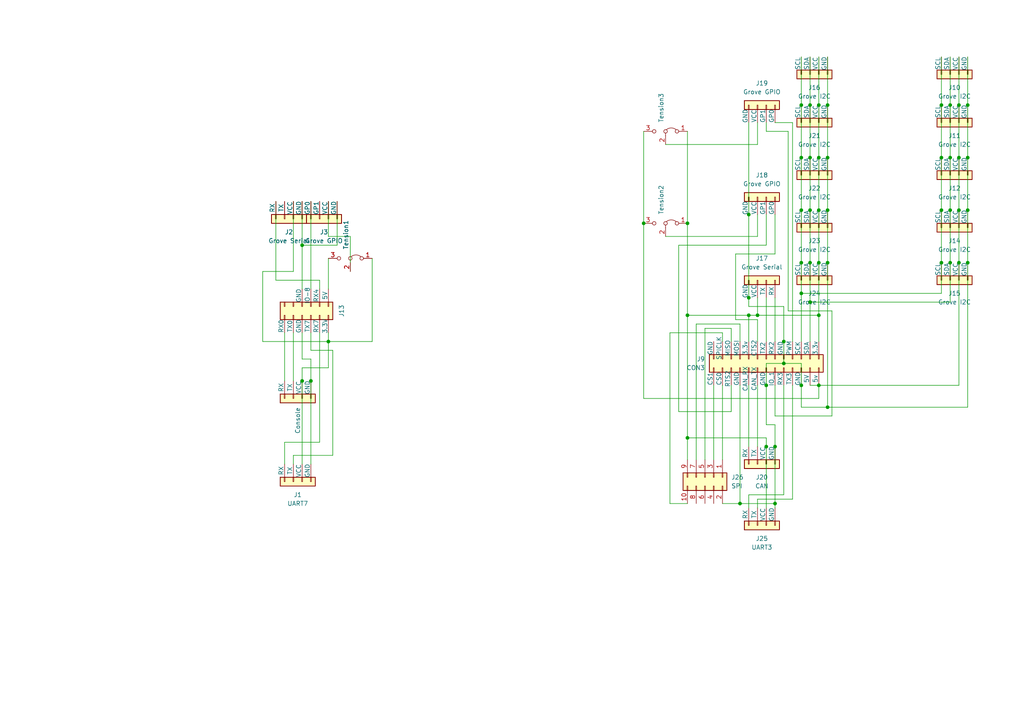
<source format=kicad_sch>
(kicad_sch (version 20231120) (generator "eeschema") (generator_version "8.0")
  (paper "A4")
  (lib_symbols
    (symbol "BananaPI:CON3" (pin_numbers hide) (pin_names (offset 0))
      (property "Reference" "J" (at 1.27 17.78 0))
      (property "Value" "CON3" (at 1.27 -17.78 0))
      (symbol "CON3_1_1"
        (rectangle (start -1.27 -15.113) (end 0 -15.367) (stroke (width 0.1524)))
        (rectangle (start -1.27 -12.573) (end 0 -12.827) (stroke (width 0.1524)))
        (rectangle (start -1.27 -10.033) (end 0 -10.287) (stroke (width 0.1524)))
        (rectangle (start -1.27 -7.493) (end 0 -7.747) (stroke (width 0.1524)))
        (rectangle (start -1.27 -4.953) (end 0 -5.207) (stroke (width 0.1524)))
        (rectangle (start -1.27 -2.413) (end 0 -2.667) (stroke (width 0.1524)))
        (rectangle (start -1.27 0.127) (end 0 -0.127) (stroke (width 0.1524)))
        (rectangle (start -1.27 2.667) (end 0 2.413) (stroke (width 0.1524)))
        (rectangle (start -1.27 5.207) (end 0 4.953) (stroke (width 0.1524)))
        (rectangle (start -1.27 7.747) (end 0 7.493) (stroke (width 0.1524)))
        (rectangle (start -1.27 10.287) (end 0 10.033) (stroke (width 0.1524)))
        (rectangle (start -1.27 12.827) (end 0 12.573) (stroke (width 0.1524)))
        (rectangle (start -1.27 15.367) (end 0 15.113) (stroke (width 0.1524)))
        (rectangle (start -1.27 16.51) (end 3.81 -16.51) (stroke (width 0.254)) (fill (type background)))
        (rectangle (start 3.81 -15.113) (end 2.54 -15.367) (stroke (width 0.1524)))
        (rectangle (start 3.81 -12.573) (end 2.54 -12.827) (stroke (width 0.1524)))
        (rectangle (start 3.81 -10.033) (end 2.54 -10.287) (stroke (width 0.1524)))
        (rectangle (start 3.81 -7.493) (end 2.54 -7.747) (stroke (width 0.1524)))
        (rectangle (start 3.81 -4.953) (end 2.54 -5.207) (stroke (width 0.1524)))
        (rectangle (start 3.81 -2.413) (end 2.54 -2.667) (stroke (width 0.1524)))
        (rectangle (start 3.81 0.127) (end 2.54 -0.127) (stroke (width 0.1524)))
        (rectangle (start 3.81 2.667) (end 2.54 2.413) (stroke (width 0.1524)))
        (rectangle (start 3.81 5.207) (end 2.54 4.953) (stroke (width 0.1524)))
        (rectangle (start 3.81 7.747) (end 2.54 7.493) (stroke (width 0.1524)))
        (rectangle (start 3.81 10.287) (end 2.54 10.033) (stroke (width 0.1524)))
        (rectangle (start 3.81 12.827) (end 2.54 12.573) (stroke (width 0.1524)))
        (rectangle (start 3.81 15.367) (end 2.54 15.113) (stroke (width 0.1524)))
        (pin power_out line (at -5.08 15.24 0) (length 3.81) (name "3.3v") (number "1"))
        (pin input line (at 7.62 5.08 180) (length 3.81) (name "RX3") (number "10"))
        (pin input line (at -5.08 2.54 0) (length 3.81) (name "RX2") (number "11"))
        (pin bidirectional line (at 7.62 2.54 180) (length 3.81) (name "IO_1") (number "12"))
        (pin output line (at -5.08 0 0) (length 3.81) (name "TX2") (number "13"))
        (pin power_out line (at 7.62 0 180) (length 3.81) (name "GND") (number "14"))
        (pin input line (at -5.08 -2.54 0) (length 3.81) (name "CTS2") (number "15"))
        (pin output line (at 7.62 -2.54 180) (length 3.81) (name "CAN_TX") (number "16"))
        (pin power_out line (at -5.08 -5.08 0) (length 3.81) (name "3.3v") (number "17"))
        (pin input line (at 7.62 -5.08 180) (length 3.81) (name "CAN_RX") (number "18"))
        (pin output line (at -5.08 -7.62 0) (length 3.81) (name "MOSI") (number "19"))
        (pin power_out line (at 7.62 15.24 180) (length 3.81) (name "5v") (number "2"))
        (pin power_out line (at 7.62 -7.62 180) (length 3.81) (name "GND") (number "20"))
        (pin input line (at -5.08 -10.16 0) (length 3.81) (name "MISO") (number "21"))
        (pin output line (at 7.62 -10.16 180) (length 3.81) (name "RTS2") (number "22"))
        (pin output line (at -5.08 -12.7 0) (length 3.81) (name "SPICLK") (number "23"))
        (pin output line (at 7.62 -12.7 180) (length 3.81) (name "CS0") (number "24"))
        (pin power_out line (at -5.08 -15.24 0) (length 3.81) (name "GND") (number "25"))
        (pin output line (at 7.62 -15.24 180) (length 3.81) (name "CS1") (number "26"))
        (pin bidirectional line (at -5.08 12.7 0) (length 3.81) (name "SDA") (number "3"))
        (pin power_out line (at 7.62 12.7 180) (length 3.81) (name "5V") (number "4"))
        (pin output line (at -5.08 10.16 0) (length 3.81) (name "SCK") (number "5"))
        (pin power_out line (at 7.62 10.16 180) (length 3.81) (name "GND") (number "6"))
        (pin output line (at -5.08 7.62 0) (length 3.81) (name "PWM") (number "7"))
        (pin output line (at 7.62 7.62 180) (length 3.81) (name "TX3") (number "8"))
        (pin power_out line (at -5.08 5.08 0) (length 3.81) (name "GND") (number "9"))
      )
    )
    (symbol "BananaPI:Grove_GPIO" (pin_numbers hide) (pin_names (offset 0))
      (property "Reference" "J" (at 0 5.08 0))
      (property "Value" "Grove GPIO" (at 0 -7.62 0))
      (symbol "Grove_GPIO_1_1"
        (rectangle (start -1.27 -4.953) (end 0 -5.207) (stroke (width 0.1524)))
        (rectangle (start -1.27 -2.413) (end 0 -2.667) (stroke (width 0.1524)))
        (rectangle (start -1.27 0.127) (end 0 -0.127) (stroke (width 0.1524)))
        (rectangle (start -1.27 2.667) (end 0 2.413) (stroke (width 0.1524)))
        (rectangle (start -1.27 3.81) (end 1.27 -6.35) (stroke (width 0.254)) (fill (type background)))
        (pin power_in line (at -5.08 2.54 0) (length 3.81) (name "GND") (number "1"))
        (pin power_in line (at -5.08 0 0) (length 3.81) (name "VCC") (number "2"))
        (pin output line (at -5.08 -2.54 0) (length 3.81) (name "GP1") (number "3"))
        (pin input line (at -5.08 -5.08 0) (length 3.81) (name "GP0") (number "4"))
      )
    )
    (symbol "BananaPI:Grove_I2C" (pin_numbers hide) (pin_names (offset 0))
      (property "Reference" "J" (at 0 5.08 0))
      (property "Value" "Grove I2C" (at 0 -7.62 0))
      (symbol "Grove_I2C_1_1"
        (rectangle (start -1.27 -4.953) (end 0 -5.207) (stroke (width 0.1524)))
        (rectangle (start -1.27 -2.413) (end 0 -2.667) (stroke (width 0.1524)))
        (rectangle (start -1.27 0.127) (end 0 -0.127) (stroke (width 0.1524)))
        (rectangle (start -1.27 2.667) (end 0 2.413) (stroke (width 0.1524)))
        (rectangle (start -1.27 3.81) (end 1.27 -6.35) (stroke (width 0.254)) (fill (type background)))
        (pin power_in line (at -5.08 2.54 0) (length 3.81) (name "GND") (number "1"))
        (pin power_in line (at -5.08 0 0) (length 3.81) (name "VCC") (number "2"))
        (pin bidirectional line (at -5.08 -2.54 0) (length 3.81) (name "SDA") (number "3"))
        (pin input line (at -5.08 -5.08 0) (length 3.81) (name "SCL") (number "4"))
      )
    )
    (symbol "BananaPI:Grove_Serial" (pin_numbers hide) (pin_names (offset 0))
      (property "Reference" "J" (at 0 5.08 0))
      (property "Value" "Grove Serial" (at 0 -7.62 0))
      (symbol "Grove_Serial_1_1"
        (rectangle (start -1.27 -4.953) (end 0 -5.207) (stroke (width 0.1524)))
        (rectangle (start -1.27 -2.413) (end 0 -2.667) (stroke (width 0.1524)))
        (rectangle (start -1.27 0.127) (end 0 -0.127) (stroke (width 0.1524)))
        (rectangle (start -1.27 2.667) (end 0 2.413) (stroke (width 0.1524)))
        (rectangle (start -1.27 3.81) (end 1.27 -6.35) (stroke (width 0.254)) (fill (type background)))
        (pin power_in line (at -5.08 2.54 0) (length 3.81) (name "GND") (number "1"))
        (pin power_in line (at -5.08 0 0) (length 3.81) (name "VCC") (number "2"))
        (pin output line (at -5.08 -2.54 0) (length 3.81) (name "TX") (number "3"))
        (pin input line (at -5.08 -5.08 0) (length 3.81) (name "RX") (number "4"))
      )
    )
    (symbol "BananaPI:J11" (pin_numbers hide) (pin_names (offset 0))
      (property "Reference" "J11" (at 1.27 7.62 0))
      (symbol "J11_1_1"
        (rectangle (start -1.27 -7.493) (end 0 -7.747) (stroke (width 0.1524)))
        (rectangle (start -1.27 -4.953) (end 0 -5.207) (stroke (width 0.1524)))
        (rectangle (start -1.27 -2.413) (end 0 -2.667) (stroke (width 0.1524)))
        (rectangle (start -1.27 0.127) (end 0 -0.127) (stroke (width 0.1524)))
        (rectangle (start -1.27 2.667) (end 0 2.413) (stroke (width 0.1524)))
        (rectangle (start -1.27 5.207) (end 0 4.953) (stroke (width 0.1524)))
        (rectangle (start -1.27 6.35) (end 3.81 -8.89) (stroke (width 0.254)) (fill (type background)))
        (rectangle (start 3.81 -7.493) (end 2.54 -7.747) (stroke (width 0.1524)))
        (rectangle (start 3.81 -4.953) (end 2.54 -5.207) (stroke (width 0.1524)))
        (rectangle (start 3.81 -2.413) (end 2.54 -2.667) (stroke (width 0.1524)))
        (rectangle (start 3.81 0.127) (end 2.54 -0.127) (stroke (width 0.1524)))
        (rectangle (start 3.81 2.667) (end 2.54 2.413) (stroke (width 0.1524)))
        (rectangle (start 3.81 5.207) (end 2.54 4.953) (stroke (width 0.1524)))
        (pin power_out line (at -5.08 5.08 0) (length 3.81) (name "5V") (number "1"))
        (pin output line (at 7.62 -5.08 180) (length 3.81) (name "TX0") (number "10"))
        (pin no_connect line (at -5.08 -7.62 0) (length 3.81) hide (name "NC") (number "11"))
        (pin input line (at 7.62 -7.62 180) (length 3.81) (name "RX0") (number "12"))
        (pin power_out line (at 7.62 5.08 180) (length 3.81) (name "3.3V") (number "2"))
        (pin input line (at -5.08 2.54 0) (length 3.81) (name "RX4") (number "3"))
        (pin input line (at 7.62 2.54 180) (length 3.81) (name "RX7") (number "4"))
        (pin bidirectional line (at -5.08 0 0) (length 3.81) (name "IO-8") (number "5"))
        (pin output line (at 7.62 0 180) (length 3.81) (name "TX7") (number "6"))
        (pin power_out line (at -5.08 -2.54 0) (length 3.81) (name "GND") (number "7"))
        (pin power_out line (at 7.62 -2.54 180) (length 3.81) (name "GND") (number "8"))
        (pin no_connect line (at -5.08 -5.08 0) (length 3.81) hide (name "NC") (number "9"))
      )
    )
    (symbol "Connector_Generic:Conn_02x05_Odd_Even" (pin_names (offset 1.016) hide)
      (property "Reference" "J" (at 1.27 7.62 0))
      (property "Value" "Conn_02x05_Odd_Even" (at 1.27 -7.62 0))
      (symbol "Conn_02x05_Odd_Even_1_1"
        (rectangle (start -1.27 -4.953) (end 0 -5.207) (stroke (width 0.1524)))
        (rectangle (start -1.27 -2.413) (end 0 -2.667) (stroke (width 0.1524)))
        (rectangle (start -1.27 0.127) (end 0 -0.127) (stroke (width 0.1524)))
        (rectangle (start -1.27 2.667) (end 0 2.413) (stroke (width 0.1524)))
        (rectangle (start -1.27 5.207) (end 0 4.953) (stroke (width 0.1524)))
        (rectangle (start -1.27 6.35) (end 3.81 -6.35) (stroke (width 0.254)) (fill (type background)))
        (rectangle (start 3.81 -4.953) (end 2.54 -5.207) (stroke (width 0.1524)))
        (rectangle (start 3.81 -2.413) (end 2.54 -2.667) (stroke (width 0.1524)))
        (rectangle (start 3.81 0.127) (end 2.54 -0.127) (stroke (width 0.1524)))
        (rectangle (start 3.81 2.667) (end 2.54 2.413) (stroke (width 0.1524)))
        (rectangle (start 3.81 5.207) (end 2.54 4.953) (stroke (width 0.1524)))
        (pin passive line (at -5.08 5.08 0) (length 3.81) (name "Pin_1") (number "1"))
        (pin passive line (at 7.62 -5.08 180) (length 3.81) (name "Pin_10") (number "10"))
        (pin passive line (at 7.62 5.08 180) (length 3.81) (name "Pin_2") (number "2"))
        (pin passive line (at -5.08 2.54 0) (length 3.81) (name "Pin_3") (number "3"))
        (pin passive line (at 7.62 2.54 180) (length 3.81) (name "Pin_4") (number "4"))
        (pin passive line (at -5.08 0 0) (length 3.81) (name "Pin_5") (number "5"))
        (pin passive line (at 7.62 0 180) (length 3.81) (name "Pin_6") (number "6"))
        (pin passive line (at -5.08 -2.54 0) (length 3.81) (name "Pin_7") (number "7"))
        (pin passive line (at 7.62 -2.54 180) (length 3.81) (name "Pin_8") (number "8"))
        (pin passive line (at -5.08 -5.08 0) (length 3.81) (name "Pin_9") (number "9"))
      )
    )
    (symbol "Jumper:Jumper_3_Bridged12" (pin_names (offset 0) hide) (exclude_from_sim yes) (in_bom no)
      (property "Reference" "JP" (at -2.54 -2.54 0))
      (property "Value" "Jumper_3_Bridged12" (at 0 2.794 0))
      (symbol "Jumper_3_Bridged12_0_0"
        (circle (center -3.302 0) (radius 0.508))
        (circle (center 0 0) (radius 0.508))
        (circle (center 3.302 0) (radius 0.508))
      )
      (symbol "Jumper_3_Bridged12_0_1"
        (arc (start -0.254 0.508) (mid -1.651 0.9912) (end -3.048 0.508))
        (polyline (pts (xy 0 -1.27) (xy 0 -0.508)))
      )
      (symbol "Jumper_3_Bridged12_1_1"
        (pin passive line (at -6.35 0 0) (length 2.54) (name "A") (number "1"))
        (pin passive line (at 0 -3.81 90) (length 2.54) (name "C") (number "2"))
        (pin passive line (at 6.35 0 180) (length 2.54) (name "B") (number "3"))
      )
    )
  )
  (junction (at 224.79 146.05))
  (junction (at 217.17 91.44))
  (junction (at 275.59 60.96))
  (junction (at 214.63 146.05))
  (junction (at 232.41 30.48))
  (junction (at 278.13 30.48))
  (junction (at 234.95 45.72))
  (junction (at 237.49 45.72))
  (junction (at 199.39 64.77))
  (junction (at 237.49 30.48))
  (junction (at 275.59 30.48))
  (junction (at 199.39 91.44))
  (junction (at 227.33 99.06))
  (junction (at 217.17 62.23))
  (junction (at 275.59 45.72))
  (junction (at 234.95 60.96))
  (junction (at 240.03 45.72))
  (junction (at 273.05 45.72))
  (junction (at 240.03 118.11))
  (junction (at 237.49 111.76))
  (junction (at 222.25 111.76))
  (junction (at 278.13 45.72))
  (junction (at 87.63 110.49))
  (junction (at 186.69 64.77))
  (junction (at 217.17 86.36))
  (junction (at 280.67 30.48))
  (junction (at 232.41 60.96))
  (junction (at 87.63 71.12))
  (junction (at 232.41 85.09))
  (junction (at 275.59 76.2))
  (junction (at 222.25 129.54))
  (junction (at 273.05 76.2))
  (junction (at 278.13 76.2))
  (junction (at 90.17 110.49))
  (junction (at 240.03 30.48))
  (junction (at 232.41 76.2))
  (junction (at 232.41 111.76))
  (junction (at 234.95 87.63))
  (junction (at 280.67 76.2))
  (junction (at 219.71 91.44))
  (junction (at 227.33 105.41))
  (junction (at 280.67 45.72))
  (junction (at 234.95 30.48))
  (junction (at 237.49 76.2))
  (junction (at 237.49 91.44))
  (junction (at 273.05 30.48))
  (junction (at 232.41 45.72))
  (junction (at 240.03 76.2))
  (junction (at 95.25 99.06))
  (junction (at 199.39 127))
  (junction (at 237.49 60.96))
  (junction (at 240.03 60.96))
  (junction (at 280.67 60.96))
  (junction (at 273.05 60.96))
  (junction (at 234.95 76.2))
  (junction (at 224.79 129.54))
  (junction (at 278.13 60.96))
  (wire (pts (xy 232.41 45.72) (xy 232.41 60.96)))
  (wire (pts (xy 237.49 30.48) (xy 237.49 45.72)))
  (wire (pts (xy 96.52 101.6) (xy 96.52 132.08)))
  (wire (pts (xy 101.6 68.58) (xy 95.25 68.58)))
  (wire (pts (xy 229.87 144.78) (xy 229.87 111.76)))
  (wire (pts (xy 199.39 127) (xy 199.39 133.35)))
  (wire (pts (xy 224.79 111.76) (xy 224.79 120.65)))
  (wire (pts (xy 95.25 99.06) (xy 107.95 99.06)))
  (wire (pts (xy 217.17 143.51) (xy 217.17 147.32)))
  (wire (pts (xy 278.13 45.72) (xy 278.13 60.96)))
  (wire (pts (xy 224.79 62.23) (xy 224.79 73.66)))
  (wire (pts (xy 87.63 58.42) (xy 87.63 71.12)))
  (wire (pts (xy 219.71 86.36) (xy 219.71 91.44)))
  (wire (pts (xy 199.39 127) (xy 222.25 127)))
  (wire (pts (xy 90.17 110.49) (xy 90.17 134.62)))
  (wire (pts (xy 92.71 83.82) (xy 92.71 81.28)))
  (wire (pts (xy 234.95 45.72) (xy 234.95 60.96)))
  (wire (pts (xy 224.79 146.05) (xy 224.79 147.32)))
  (wire (pts (xy 87.63 96.52) (xy 87.63 104.14)))
  (wire (pts (xy 275.59 45.72) (xy 275.59 60.96)))
  (wire (pts (xy 193.04 68.58) (xy 219.71 68.58)))
  (wire (pts (xy 96.52 132.08) (xy 85.09 132.08)))
  (wire (pts (xy 241.3 90.17) (xy 228.6 90.17)))
  (wire (pts (xy 222.25 111.76) (xy 222.25 105.41)))
  (wire (pts (xy 87.63 110.49) (xy 87.63 134.62)))
  (wire (pts (xy 212.09 95.25) (xy 204.47 95.25)))
  (wire (pts (xy 234.95 87.63) (xy 234.95 99.06)))
  (wire (pts (xy 234.95 76.2) (xy 234.95 87.63)))
  (wire (pts (xy 217.17 91.44) (xy 217.17 99.06)))
  (wire (pts (xy 222.25 129.54) (xy 222.25 147.32)))
  (wire (pts (xy 213.36 73.66) (xy 213.36 92.71)))
  (wire (pts (xy 186.69 38.1) (xy 186.69 64.77)))
  (wire (pts (xy 232.41 111.76) (xy 232.41 118.11)))
  (wire (pts (xy 90.17 58.42) (xy 90.17 83.82)))
  (wire (pts (xy 196.85 71.12) (xy 222.25 71.12)))
  (wire (pts (xy 92.71 81.28) (xy 80.01 81.28)))
  (wire (pts (xy 217.17 62.23) (xy 217.17 86.36)))
  (wire (pts (xy 219.71 144.78) (xy 229.87 144.78)))
  (wire (pts (xy 92.71 128.27) (xy 82.55 128.27)))
  (wire (pts (xy 228.6 38.1) (xy 222.25 38.1)))
  (wire (pts (xy 95.25 74.93) (xy 95.25 83.82)))
  (wire (pts (xy 232.41 85.09) (xy 273.05 85.09)))
  (wire (pts (xy 101.6 78.74) (xy 101.6 68.58)))
  (wire (pts (xy 95.25 99.06) (xy 76.2 99.06)))
  (wire (pts (xy 224.79 120.65) (xy 241.3 120.65)))
  (wire (pts (xy 224.79 129.54) (xy 224.79 146.05)))
  (wire (pts (xy 234.95 16.51) (xy 234.95 30.48)))
  (wire (pts (xy 201.93 93.98) (xy 201.93 133.35)))
  (wire (pts (xy 222.25 62.23) (xy 222.25 71.12)))
  (wire (pts (xy 87.63 71.12) (xy 87.63 83.82)))
  (wire (pts (xy 237.49 76.2) (xy 237.49 91.44)))
  (wire (pts (xy 209.55 146.05) (xy 214.63 146.05)))
  (wire (pts (xy 212.09 99.06) (xy 212.09 95.25)))
  (wire (pts (xy 194.31 146.05) (xy 199.39 146.05)))
  (wire (pts (xy 278.13 30.48) (xy 278.13 45.72)))
  (wire (pts (xy 80.01 58.42) (xy 80.01 81.28)))
  (wire (pts (xy 237.49 45.72) (xy 237.49 60.96)))
  (wire (pts (xy 209.55 99.06) (xy 209.55 96.52)))
  (wire (pts (xy 219.71 111.76) (xy 219.71 129.54)))
  (wire (pts (xy 90.17 101.6) (xy 96.52 101.6)))
  (wire (pts (xy 241.3 120.65) (xy 241.3 90.17)))
  (wire (pts (xy 232.41 30.48) (xy 232.41 45.72)))
  (wire (pts (xy 222.25 123.19) (xy 224.79 123.19)))
  (wire (pts (xy 227.33 143.51) (xy 227.33 111.76)))
  (wire (pts (xy 273.05 30.48) (xy 273.05 45.72)))
  (wire (pts (xy 240.03 118.11) (xy 280.67 118.11)))
  (wire (pts (xy 232.41 76.2) (xy 232.41 85.09)))
  (wire (pts (xy 273.05 60.96) (xy 273.05 76.2)))
  (wire (pts (xy 87.63 104.14) (xy 90.17 104.14)))
  (wire (pts (xy 82.55 128.27) (xy 82.55 134.62)))
  (wire (pts (xy 97.79 58.42) (xy 97.79 71.12)))
  (wire (pts (xy 273.05 45.72) (xy 273.05 60.96)))
  (wire (pts (xy 219.71 91.44) (xy 217.17 91.44)))
  (wire (pts (xy 204.47 95.25) (xy 204.47 133.35)))
  (wire (pts (xy 278.13 60.96) (xy 278.13 76.2)))
  (wire (pts (xy 219.71 91.44) (xy 237.49 91.44)))
  (wire (pts (xy 217.17 91.44) (xy 199.39 91.44)))
  (wire (pts (xy 237.49 16.51) (xy 237.49 30.48)))
  (wire (pts (xy 92.71 96.52) (xy 92.71 128.27)))
  (wire (pts (xy 196.85 119.38) (xy 196.85 71.12)))
  (wire (pts (xy 95.25 99.06) (xy 95.25 106.68)))
  (wire (pts (xy 85.09 58.42) (xy 85.09 78.74)))
  (wire (pts (xy 222.25 127) (xy 222.25 129.54)))
  (wire (pts (xy 280.67 118.11) (xy 280.67 76.2)))
  (wire (pts (xy 76.2 99.06) (xy 76.2 78.74)))
  (wire (pts (xy 232.41 105.41) (xy 227.33 105.41)))
  (wire (pts (xy 222.25 111.76) (xy 222.25 123.19)))
  (wire (pts (xy 217.17 86.36) (xy 217.17 88.9)))
  (wire (pts (xy 214.63 111.76) (xy 214.63 146.05)))
  (wire (pts (xy 222.25 86.36) (xy 222.25 99.06)))
  (wire (pts (xy 229.87 99.06) (xy 229.87 35.56)))
  (wire (pts (xy 199.39 38.1) (xy 199.39 64.77)))
  (wire (pts (xy 199.39 91.44) (xy 199.39 127)))
  (wire (pts (xy 237.49 91.44) (xy 237.49 99.06)))
  (wire (pts (xy 87.63 110.49) (xy 87.63 106.68)))
  (wire (pts (xy 228.6 90.17) (xy 228.6 38.1)))
  (wire (pts (xy 240.03 30.48) (xy 240.03 45.72)))
  (wire (pts (xy 209.55 111.76) (xy 209.55 133.35)))
  (wire (pts (xy 234.95 111.76) (xy 237.49 111.76)))
  (wire (pts (xy 85.09 132.08) (xy 85.09 134.62)))
  (wire (pts (xy 214.63 93.98) (xy 201.93 93.98)))
  (wire (pts (xy 214.63 146.05) (xy 224.79 146.05)))
  (wire (pts (xy 219.71 35.56) (xy 219.71 41.91)))
  (wire (pts (xy 234.95 60.96) (xy 234.95 76.2)))
  (wire (pts (xy 85.09 96.52) (xy 85.09 110.49)))
  (wire (pts (xy 217.17 143.51) (xy 227.33 143.51)))
  (wire (pts (xy 280.67 16.51) (xy 280.67 30.48)))
  (wire (pts (xy 227.33 88.9) (xy 227.33 99.06)))
  (wire (pts (xy 234.95 87.63) (xy 275.59 87.63)))
  (wire (pts (xy 232.41 111.76) (xy 232.41 105.41)))
  (wire (pts (xy 224.79 35.56) (xy 229.87 35.56)))
  (wire (pts (xy 278.13 76.2) (xy 278.13 111.76)))
  (wire (pts (xy 280.67 60.96) (xy 280.67 76.2)))
  (wire (pts (xy 90.17 104.14) (xy 90.17 110.49)))
  (wire (pts (xy 90.17 101.6) (xy 90.17 96.52)))
  (wire (pts (xy 76.2 78.74) (xy 85.09 78.74)))
  (wire (pts (xy 212.09 111.76) (xy 212.09 119.38)))
  (wire (pts (xy 219.71 62.23) (xy 219.71 68.58)))
  (wire (pts (xy 273.05 16.51) (xy 273.05 30.48)))
  (wire (pts (xy 209.55 96.52) (xy 194.31 96.52)))
  (wire (pts (xy 224.79 123.19) (xy 224.79 129.54)))
  (wire (pts (xy 232.41 16.51) (xy 232.41 30.48)))
  (wire (pts (xy 232.41 118.11) (xy 240.03 118.11)))
  (wire (pts (xy 273.05 76.2) (xy 273.05 85.09)))
  (wire (pts (xy 240.03 76.2) (xy 240.03 118.11)))
  (wire (pts (xy 219.71 144.78) (xy 219.71 147.32)))
  (wire (pts (xy 217.17 88.9) (xy 227.33 88.9)))
  (wire (pts (xy 275.59 60.96) (xy 275.59 76.2)))
  (wire (pts (xy 213.36 92.71) (xy 219.71 92.71)))
  (wire (pts (xy 87.63 71.12) (xy 97.79 71.12)))
  (wire (pts (xy 237.49 115.57) (xy 237.49 111.76)))
  (wire (pts (xy 232.41 85.09) (xy 232.41 99.06)))
  (wire (pts (xy 275.59 30.48) (xy 275.59 45.72)))
  (wire (pts (xy 224.79 73.66) (xy 213.36 73.66)))
  (wire (pts (xy 237.49 60.96) (xy 237.49 76.2)))
  (wire (pts (xy 217.17 111.76) (xy 217.17 129.54)))
  (wire (pts (xy 95.25 58.42) (xy 95.25 68.58)))
  (wire (pts (xy 199.39 64.77) (xy 199.39 91.44)))
  (wire (pts (xy 219.71 92.71) (xy 219.71 99.06)))
  (wire (pts (xy 217.17 35.56) (xy 217.17 62.23)))
  (wire (pts (xy 193.04 41.91) (xy 219.71 41.91)))
  (wire (pts (xy 82.55 96.52) (xy 82.55 110.49)))
  (wire (pts (xy 234.95 30.48) (xy 234.95 45.72)))
  (wire (pts (xy 275.59 16.51) (xy 275.59 30.48)))
  (wire (pts (xy 214.63 99.06) (xy 214.63 93.98)))
  (wire (pts (xy 237.49 111.76) (xy 278.13 111.76)))
  (wire (pts (xy 222.25 105.41) (xy 227.33 105.41)))
  (wire (pts (xy 240.03 60.96) (xy 240.03 76.2)))
  (wire (pts (xy 275.59 87.63) (xy 275.59 76.2)))
  (wire (pts (xy 240.03 45.72) (xy 240.03 60.96)))
  (wire (pts (xy 207.01 111.76) (xy 207.01 133.35)))
  (wire (pts (xy 212.09 119.38) (xy 196.85 119.38)))
  (wire (pts (xy 107.95 74.93) (xy 107.95 99.06)))
  (wire (pts (xy 186.69 64.77) (xy 186.69 115.57)))
  (wire (pts (xy 186.69 115.57) (xy 237.49 115.57)))
  (wire (pts (xy 280.67 45.72) (xy 280.67 60.96)))
  (wire (pts (xy 222.25 35.56) (xy 222.25 38.1)))
  (wire (pts (xy 224.79 86.36) (xy 224.79 99.06)))
  (wire (pts (xy 95.25 96.52) (xy 95.25 99.06)))
  (wire (pts (xy 227.33 99.06) (xy 227.33 105.41)))
  (wire (pts (xy 232.41 60.96) (xy 232.41 76.2)))
  (wire (pts (xy 280.67 30.48) (xy 280.67 45.72)))
  (wire (pts (xy 87.63 106.68) (xy 95.25 106.68)))
  (wire (pts (xy 240.03 16.51) (xy 240.03 30.48)))
  (wire (pts (xy 278.13 16.51) (xy 278.13 30.48)))
  (wire (pts (xy 194.31 96.52) (xy 194.31 146.05)))
  (symbol (lib_id "BananaPI:Grove_Serial") (at 222.25 134.62 270) (unit 1)
    (property "Reference" "J20" (at 220.98 138.43 90))
    (property "Value" "CAN" (at 220.98 140.97 90))
    (property "Description" "Generic connector, single row, 01x04, script generated (kicad-library-utils/schlib/autogen/connector/)" (effects (hide yes)))
  )
  (symbol (lib_id "Connector_Generic:Conn_02x05_Odd_Even") (at 204.47 138.43 270) (unit 1)
    (property "Reference" "J26" (at 212.09 138.4299 90) (effects (justify left)))
    (property "Value" "SPI" (at 212.09 140.9699 90) (effects (justify left)))
    (property "Description" "Generic connector, double row, 02x05, odd/even pin numbering scheme (row 1 odd numbers, row 2 even numbers), script generated (kicad-library-utils/schlib/autogen/connector/)" (effects (hide yes)))
  )
  (symbol (lib_id "BananaPI:Grove_I2C") (at 237.49 35.56 270) (unit 1)
    (property "Reference" "J21" (at 236.22 39.37 90))
    (property "Value" "Grove I2C" (at 236.22 41.91 90))
    (property "Description" "Generic connector, single row, 01x04, script generated (kicad-library-utils/schlib/autogen/connector/)" (effects (hide yes)))
  )
  (symbol (lib_id "BananaPI:Grove_GPIO") (at 219.71 30.48 90) (unit 1)
    (property "Reference" "J19" (at 220.98 24.13 90))
    (property "Value" "Grove GPIO" (at 220.98 26.67 90))
    (property "Description" "Generic connector, single row, 01x04, script generated (kicad-library-utils/schlib/autogen/connector/)" (effects (hide yes)))
  )
  (symbol (lib_id "BananaPI:Grove_I2C") (at 278.13 81.28 270) (unit 1)
    (property "Reference" "J15" (at 276.86 85.09 90))
    (property "Value" "Grove I2C" (at 276.86 87.63 90))
    (property "Description" "Generic connector, single row, 01x04, script generated (kicad-library-utils/schlib/autogen/connector/)" (effects (hide yes)))
  )
  (symbol (lib_id "BananaPI:Grove_I2C") (at 278.13 35.56 270) (unit 1)
    (property "Reference" "J11" (at 276.86 39.37 90))
    (property "Value" "Grove I2C" (at 276.86 41.91 90))
    (property "Description" "Generic connector, single row, 01x04, script generated (kicad-library-utils/schlib/autogen/connector/)" (effects (hide yes)))
  )
  (symbol (lib_id "BananaPI:Grove_I2C") (at 278.13 21.59 270) (unit 1)
    (property "Reference" "J10" (at 276.86 25.4 90))
    (property "Value" "Grove I2C" (at 276.86 27.94 90))
    (property "Description" "Generic connector, single row, 01x04, script generated (kicad-library-utils/schlib/autogen/connector/)" (effects (hide yes)))
  )
  (symbol (lib_id "BananaPI:Grove_Serial") (at 85.09 63.5 270) (unit 1)
    (property "Reference" "J2" (at 83.82 67.31 90))
    (property "Value" "Grove Serial" (at 83.82 69.85 90))
    (property "Description" "Generic connector, single row, 01x04, script generated (kicad-library-utils/schlib/autogen/connector/)" (effects (hide yes)))
  )
  (symbol (lib_id "BananaPI:Grove_I2C") (at 278.13 50.8 270) (unit 1)
    (property "Reference" "J12" (at 276.86 54.61 90))
    (property "Value" "Grove I2C" (at 276.86 57.15 90))
    (property "Description" "Generic connector, single row, 01x04, script generated (kicad-library-utils/schlib/autogen/connector/)" (effects (hide yes)))
  )
  (symbol (lib_id "BananaPI:Grove_GPIO") (at 219.71 57.15 90) (unit 1)
    (property "Reference" "J18" (at 220.98 50.8 90))
    (property "Value" "Grove GPIO" (at 220.98 53.34 90))
    (property "Description" "Generic connector, single row, 01x04, script generated (kicad-library-utils/schlib/autogen/connector/)" (effects (hide yes)))
  )
  (symbol (lib_id "BananaPI:Grove_Serial") (at 87.63 115.57 270) (unit 1)
    (property "Reference" "Console" (at 86.3601 118.11 0) (effects (justify left)))
    (property "Value" "Grove Serial" (effects (hide yes)))
    (property "Description" "Generic connector, single row, 01x04, script generated (kicad-library-utils/schlib/autogen/connector/)" (effects (hide yes)))
  )
  (symbol (lib_id "BananaPI:Grove_I2C") (at 278.13 66.04 270) (unit 1)
    (property "Reference" "J14" (at 276.86 69.85 90))
    (property "Value" "Grove I2C" (at 276.86 72.39 90))
    (property "Description" "Generic connector, single row, 01x04, script generated (kicad-library-utils/schlib/autogen/connector/)" (effects (hide yes)))
  )
  (symbol (lib_id "BananaPI:Grove_Serial") (at 222.25 152.4 270) (unit 1)
    (property "Reference" "J25" (at 220.98 156.21 90))
    (property "Value" "UART3" (at 220.98 158.75 90))
    (property "Description" "Generic connector, single row, 01x04, script generated (kicad-library-utils/schlib/autogen/connector/)" (effects (hide yes)))
  )
  (symbol (lib_id "BananaPI:Grove_I2C") (at 237.49 50.8 270) (unit 1)
    (property "Reference" "J22" (at 236.22 54.61 90))
    (property "Value" "Grove I2C" (at 236.22 57.15 90))
    (property "Description" "Generic connector, single row, 01x04, script generated (kicad-library-utils/schlib/autogen/connector/)" (effects (hide yes)))
  )
  (symbol (lib_id "BananaPI:J11") (at 90.17 88.9 270) (unit 1)
    (property "Reference" "J13" (at 99.06 90.17 0))
    (property "Value" "Conn_02x06_Odd_Even" (effects (hide yes)))
    (property "Description" "Generic connector, double row, 02x06, odd/even pin numbering scheme (row 1 odd numbers, row 2 even numbers), script generated (kicad-library-utils/schlib/autogen/connector/)" (effects (hide yes)))
  )
  (symbol (lib_id "BananaPI:Grove_GPIO") (at 95.25 63.5 270) (unit 1)
    (property "Reference" "J3" (at 93.98 67.31 90))
    (property "Value" "Grove GPIO" (at 93.98 69.85 90))
    (property "Description" "Generic connector, single row, 01x04, script generated (kicad-library-utils/schlib/autogen/connector/)" (effects (hide yes)))
  )
  (symbol (lib_id "Jumper:Jumper_3_Bridged12") (at 101.6 74.93 0) (mirror y) (unit 1) (exclude_from_sim yes) (in_bom no)
    (property "Reference" "Tension1" (at 100.3299 72.39 90) (effects (justify left)))
    (property "Value" "Jumper_3_Bridged12" (effects (hide yes)))
    (property "Description" "Jumper, 3-pole, pins 1+2 closed/bridged" (effects (hide yes)))
  )
  (symbol (lib_id "BananaPI:Grove_I2C") (at 237.49 66.04 270) (unit 1)
    (property "Reference" "J23" (at 236.22 69.85 90))
    (property "Value" "Grove I2C" (at 236.22 72.39 90))
    (property "Description" "Generic connector, single row, 01x04, script generated (kicad-library-utils/schlib/autogen/connector/)" (effects (hide yes)))
  )
  (symbol (lib_id "BananaPI:CON3") (at 222.25 104.14 270) (unit 1)
    (property "Reference" "J9" (at 204.47 104.1399 90) (effects (justify right)))
    (property "Value" "CON3" (at 204.47 106.6799 90) (effects (justify right)))
    (property "Description" "Generic connector, double row, 02x13, odd/even pin numbering scheme (row 1 odd numbers, row 2 even numbers), script generated (kicad-library-utils/schlib/autogen/connector/)" (effects (hide yes)))
  )
  (symbol (lib_id "BananaPI:Grove_I2C") (at 237.49 21.59 270) (unit 1)
    (property "Reference" "J16" (at 236.22 25.4 90))
    (property "Value" "Grove I2C" (at 236.22 27.94 90))
    (property "Description" "Generic connector, single row, 01x04, script generated (kicad-library-utils/schlib/autogen/connector/)" (effects (hide yes)))
  )
  (symbol (lib_id "Jumper:Jumper_3_Bridged12") (at 193.04 38.1 0) (mirror y) (unit 1) (exclude_from_sim yes) (in_bom no)
    (property "Reference" "Tension3" (at 191.7699 35.56 90) (effects (justify left)))
    (property "Value" "Jumper_3_Bridged12" (effects (hide yes)))
    (property "Description" "Jumper, 3-pole, pins 1+2 closed/bridged" (effects (hide yes)))
  )
  (symbol (lib_id "Jumper:Jumper_3_Bridged12") (at 193.04 64.77 0) (mirror y) (unit 1) (exclude_from_sim yes) (in_bom no)
    (property "Reference" "Tension2" (at 191.7699 62.23 90) (effects (justify left)))
    (property "Value" "Jumper_3_Bridged12" (effects (hide yes)))
    (property "Description" "Jumper, 3-pole, pins 1+2 closed/bridged" (effects (hide yes)))
  )
  (symbol (lib_id "BananaPI:Grove_Serial") (at 87.63 139.7 270) (unit 1)
    (property "Reference" "J1" (at 86.36 143.51 90))
    (property "Value" "UART7" (at 86.36 146.05 90))
    (property "Description" "Generic connector, single row, 01x04, script generated (kicad-library-utils/schlib/autogen/connector/)" (effects (hide yes)))
  )
  (symbol (lib_id "BananaPI:Grove_I2C") (at 237.49 81.28 270) (unit 1)
    (property "Reference" "J24" (at 236.22 85.09 90))
    (property "Value" "Grove I2C" (at 236.22 87.63 90))
    (property "Description" "Generic connector, single row, 01x04, script generated (kicad-library-utils/schlib/autogen/connector/)" (effects (hide yes)))
  )
  (symbol (lib_id "BananaPI:Grove_Serial") (at 219.71 81.28 90) (unit 1)
    (property "Reference" "J17" (at 220.98 74.93 90))
    (property "Value" "Grove Serial" (at 220.98 77.47 90))
    (property "Description" "Generic connector, single row, 01x04, script generated (kicad-library-utils/schlib/autogen/connector/)" (effects (hide yes)))
  )
)
</source>
